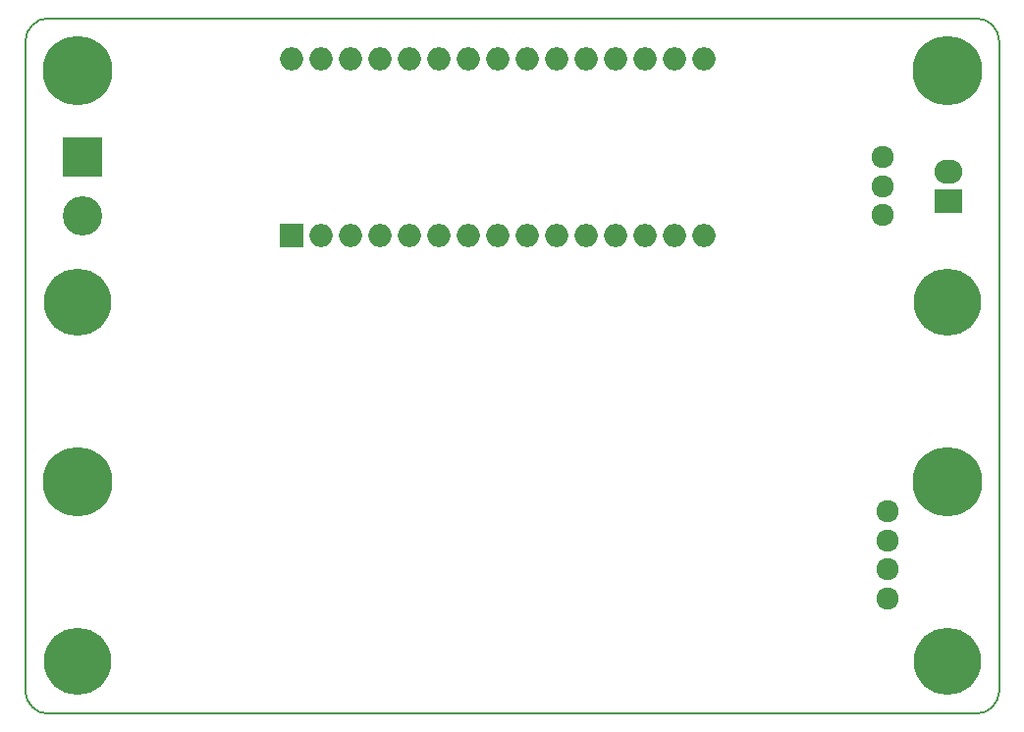
<source format=gbr>
%TF.GenerationSoftware,KiCad,Pcbnew,(5.0.0)*%
%TF.CreationDate,2020-02-27T17:20:47+00:00*%
%TF.ProjectId,Blast Furnace PCB,426C617374204675726E616365205043,rev?*%
%TF.SameCoordinates,Original*%
%TF.FileFunction,Soldermask,Bot*%
%TF.FilePolarity,Negative*%
%FSLAX46Y46*%
G04 Gerber Fmt 4.6, Leading zero omitted, Abs format (unit mm)*
G04 Created by KiCad (PCBNEW (5.0.0)) date 02/27/20 17:20:47*
%MOMM*%
%LPD*%
G01*
G04 APERTURE LIST*
%ADD10C,0.150000*%
%ADD11C,1.924000*%
%ADD12C,6.000000*%
%ADD13C,5.800000*%
%ADD14O,2.000000X2.000000*%
%ADD15R,2.000000X2.000000*%
%ADD16C,3.400000*%
%ADD17R,3.400000X3.400000*%
%ADD18R,2.400000X2.100000*%
%ADD19O,2.400000X2.100000*%
G04 APERTURE END LIST*
D10*
X112500000Y-164500000D02*
G75*
G02X110500000Y-162500000I0J2000000D01*
G01*
X110500000Y-106500000D02*
G75*
G02X112500000Y-104500000I2000000J0D01*
G01*
X192500000Y-104500000D02*
G75*
G02X194500000Y-106500000I0J-2000000D01*
G01*
X194500000Y-162500000D02*
G75*
G02X192500000Y-164500000I-2000000J0D01*
G01*
X110500000Y-106500000D02*
X110500000Y-162500000D01*
X192500000Y-104500000D02*
X112500000Y-104500000D01*
X194500000Y-162500000D02*
X194500000Y-106500000D01*
X112498438Y-164500000D02*
X192500000Y-164500000D01*
D11*
X184850000Y-147050000D03*
X184850000Y-149550000D03*
X184850000Y-152050000D03*
X184850000Y-154550000D03*
D12*
X190000000Y-144500000D03*
X115000000Y-144500000D03*
D13*
X115000000Y-129000000D03*
X190000000Y-129000000D03*
D11*
X184400000Y-116500000D03*
X184400000Y-121500000D03*
X184400000Y-119000000D03*
D14*
X169010000Y-107960000D03*
X169010000Y-123200000D03*
X133450000Y-107960000D03*
X166470000Y-123200000D03*
X135990000Y-107960000D03*
X163930000Y-123200000D03*
X138530000Y-107960000D03*
X161390000Y-123200000D03*
X141070000Y-107960000D03*
X158850000Y-123200000D03*
X143610000Y-107960000D03*
X156310000Y-123200000D03*
X146150000Y-107960000D03*
X153770000Y-123200000D03*
X148690000Y-107960000D03*
X151230000Y-123200000D03*
X151230000Y-107960000D03*
X148690000Y-123200000D03*
X153770000Y-107960000D03*
X146150000Y-123200000D03*
X156310000Y-107960000D03*
X143610000Y-123200000D03*
X158850000Y-107960000D03*
X141070000Y-123200000D03*
X161390000Y-107960000D03*
X138530000Y-123200000D03*
X163930000Y-107960000D03*
X135990000Y-123200000D03*
X166470000Y-107960000D03*
D15*
X133450000Y-123200000D03*
D16*
X115400000Y-121540000D03*
D17*
X115400000Y-116460000D03*
D13*
X190000000Y-160000000D03*
X115000000Y-160000000D03*
D12*
X190000000Y-109000000D03*
X115000000Y-109000000D03*
D18*
X190100000Y-120250000D03*
D19*
X190100000Y-117750000D03*
M02*

</source>
